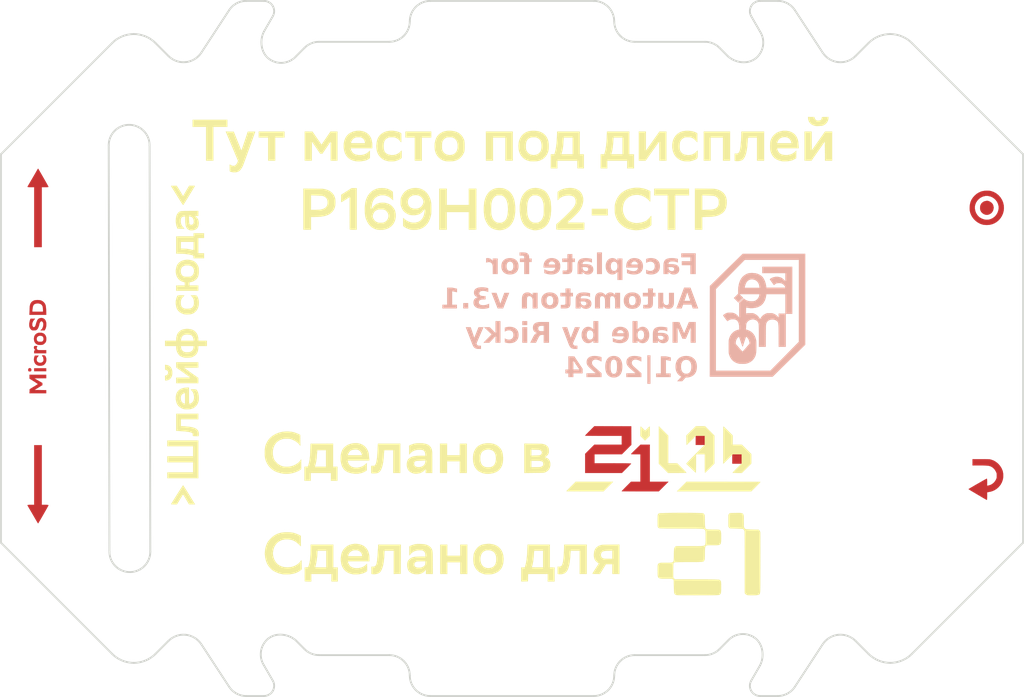
<source format=kicad_pcb>
(kicad_pcb (version 20221018) (generator pcbnew)
  (layers (0 "F.Cu" signal) (1 "In1.Cu" signal) (2 "In2.Cu" signal) (31 "B.Cu" signal) (34 "B.Paste" user) (35 "F.Paste" user) (36 "B.SilkS" user "B.Silkscreen") (37 "F.SilkS" user "F.Silkscreen") (38 "B.Mask" user) (39 "F.Mask" user) (44 "Edge.Cuts" user))
  (net 0 "")
  (footprint "V3_graphics:v3.1_faceplate_2" (layer "F.Cu") (at 20.9 4.7)
    (fp_text reference "Ref**" hide)
    (fp_text value "Val**" hide)
    (fp_poly (pts (xy -34.3027 -1.5621) (xy -34.8869 -1.5621) (xy -34.8869 -1.7018) (xy -34.3027 -1.7018) (xy -34.3027 -1.5621)) (stroke (width 0.01)) (fill solid) (layer "F.Cu"))
    (fp_poly (pts (xy -2.0701 2.0447) (xy -2.5273 2.0447) (xy -2.5273 1.5875) (xy -2.0701 1.5875) (xy -2.0701 2.0447)) (stroke (width 0.01)) (fill solid) (layer "F.Cu"))
    (fp_poly (pts (xy -0.2667 2.9591) (xy -0.7366 2.9591) (xy -0.7366 2.4892) (xy -0.2667 2.4892) (xy -0.2667 2.9591)) (stroke (width 0.01)) (fill solid) (layer "F.Cu"))
    (fp_poly (pts (xy -35.081747 -1.711796) (xy -35.050578 -1.691243) (xy -35.030755 -1.654893) (xy -35.0266 -1.623965) (xy -35.032842 -1.581552) (xy -35.054009 -1.557948) (xy -35.093764 -1.549569) (xy -35.1028 -1.5494) (xy -35.1376 -1.553402) (xy -35.162092 -1.563181) (xy -35.16376 -1.56464) (xy -35.176475 -1.592345) (xy -35.178517 -1.631123) (xy -35.170605 -1.669347) (xy -35.155775 -1.693482) (xy -35.118675 -1.713544) (xy -35.081747 -1.711796)) (stroke (width 0.01)) (fill solid) (layer "F.Cu"))
    (fp_poly (pts (xy -34.3027 -1.219669) (xy -34.593945 -1.21626) (xy -34.88519 -1.21285) (xy -34.48685 -0.980492) (xy -34.48685 -0.8836) (xy -34.682588 -0.762475) (xy -34.878325 -0.64135) (xy -34.590513 -0.637937) (xy -34.3027 -0.634524) (xy -34.3027 -0.4826) (xy -35.116569 -0.4826) (xy -35.11286 -0.579908) (xy -35.10915 -0.677216) (xy -34.910045 -0.798983) (xy -34.846367 -0.838087) (xy -34.790287 -0.872829) (xy -34.74537 -0.900977) (xy -34.715182 -0.920296) (xy -34.703377 -0.928452) (xy -34.71124 -0.937225) (xy -34.7376 -0.957157) (xy -34.779326 -0.986085) (xy -34.833289 -1.021849) (xy -34.896358 -1.062287) (xy -34.905657 -1.068148) (xy -35.1155 -1.200143) (xy -35.1155 -1.3843) (xy -34.3027 -1.3843) (xy -34.3027 -1.219669)) (stroke (width 0.01)) (fill solid) (layer "F.Cu"))
    (fp_poly (pts (xy 11.778737 -9.887495) (xy 11.817819 -9.873809) (xy 11.854483 -9.856624) (xy 11.933939 -9.805496) (xy 11.991788 -9.741024) (xy 12.027973 -9.663299) (xy 12.042438 -9.572411) (xy 12.042733 -9.556445) (xy 12.031295 -9.466831) (xy 11.998768 -9.384957) (xy 11.947982 -9.314783) (xy 11.881767 -9.260266) (xy 11.80684 -9.226492) (xy 11.750591 -9.212708) (xy 11.702617 -9.209634) (xy 11.650527 -9.217209) (xy 11.616861 -9.225562) (xy 11.54561 -9.256197) (xy 11.479783 -9.305633) (xy 11.433307 -9.359585) (xy 11.397003 -9.433816) (xy 11.380082 -9.516853) (xy 11.382074 -9.602595) (xy 11.402504 -9.684938) (xy 11.440902 -9.75778) (xy 11.466506 -9.788542) (xy 11.533408 -9.84334) (xy 11.609023 -9.876766) (xy 11.693999 -9.890932) (xy 11.741319 -9.892379) (xy 11.778737 -9.887495)) (stroke (width 0.01)) (fill solid) (layer "F.Cu"))
    (fp_poly (pts (xy -34.762854 -2.792183) (xy -34.739426 -2.785959) (xy -34.73668 -2.774168) (xy -34.746212 -2.761615) (xy -34.756106 -2.74189) (xy -34.765293 -2.708977) (xy -34.766544 -2.70263) (xy -34.769465 -2.667166) (xy -34.75893 -2.641472) (xy -34.742709 -2.623255) (xy -34.729842 -2.611137) (xy -34.716496 -2.602488) (xy -34.698416 -2.596721) (xy -34.671349 -2.593254) (xy -34.631041 -2.591501) (xy -34.573236 -2.590878) (xy -34.506478 -2.5908) (xy -34.3027 -2.5908) (xy -34.3027 -2.4384) (xy -34.8869 -2.4384) (xy -34.8869 -2.50825) (xy -34.886228 -2.548188) (xy -34.882014 -2.568975) (xy -34.870962 -2.576863) (xy -34.850071 -2.5781) (xy -34.81324 -2.5781) (xy -34.856421 -2.62128) (xy -34.88871 -2.663828) (xy -34.899761 -2.709512) (xy -34.891596 -2.765425) (xy -34.884525 -2.781572) (xy -34.869983 -2.790177) (xy -34.841349 -2.793538) (xy -34.809219 -2.794) (xy -34.762854 -2.792183)) (stroke (width 0.01)) (fill solid) (layer "F.Cu"))
    (fp_poly (pts (xy -4.7752 3.8481) (xy -3.867408 3.8481) (xy -4.1021 4.08305) (xy -4.336793 4.318) (xy -5.241797 4.318) (xy -5.390884 4.317871) (xy -5.532313 4.3175) (xy -5.664069 4.316907) (xy -5.784137 4.316113) (xy -5.890505 4.315139) (xy -5.981158 4.314005) (xy -6.054081 4.312734) (xy -6.10726 4.311345) (xy -6.138682 4.30986) (xy -6.1468 4.308603) (xy -6.138186 4.29741) (xy -6.113954 4.270848) (xy -6.076517 4.231436) (xy -6.028293 4.181692) (xy -5.971695 4.124135) (xy -5.921508 4.073653) (xy -5.696215 3.8481) (xy -5.2324 3.8481) (xy -5.2324 2.5019) (xy -5.461 2.5019) (xy -5.537312 2.501283) (xy -5.601852 2.499553) (xy -5.651056 2.496893) (xy -5.681358 2.493483) (xy -5.6896 2.49025) (xy -5.680812 2.478611) (xy -5.656081 2.451942) (xy -5.617862 2.412732) (xy -5.568606 2.363464) (xy -5.510768 2.306627) (xy -5.457825 2.255316) (xy -5.22605 2.032032) (xy -4.7752 2.032) (xy -4.7752 3.8481)) (stroke (width 0.01)) (fill solid) (layer "F.Cu"))
    (fp_poly (pts (xy -34.629002 -5.036884) (xy -34.553925 -5.020434) (xy -34.49067 -4.990451) (xy -34.433336 -4.944835) (xy -34.424447 -4.936076) (xy -34.386888 -4.894306) (xy -34.358195 -4.851728) (xy -34.337127 -4.803992) (xy -34.322441 -4.746745) (xy -34.312895 -4.675637) (xy -34.307247 -4.586317) (xy -34.305115 -4.518025) (xy -34.300469 -4.318) (xy -35.118749 -4.318) (xy -35.114515 -4.4704) (xy -34.979631 -4.4704) (xy -34.4551 -4.4704) (xy -34.455171 -4.568825) (xy -34.458682 -4.651838) (xy -34.470047 -4.715906) (xy -34.490722 -4.766667) (xy -34.515321 -4.801933) (xy -34.559344 -4.841685) (xy -34.613716 -4.865726) (xy -34.683745 -4.876054) (xy -34.714216 -4.8768) (xy -34.794207 -4.871164) (xy -34.856595 -4.852754) (xy -34.903402 -4.81932) (xy -34.936656 -4.768611) (xy -34.95838 -4.698375) (xy -34.970601 -4.606361) (xy -34.971738 -4.590568) (xy -34.979631 -4.4704) (xy -35.114515 -4.4704) (xy -35.112838 -4.530725) (xy -35.108418 -4.637819) (xy -35.101113 -4.723521) (xy -35.089932 -4.79177) (xy -35.073882 -4.846503) (xy -35.051969 -4.891659) (xy -35.023202 -4.931176) (xy -35.00755 -4.948381) (xy -34.950743 -4.993476) (xy -34.880304 -5.023304) (xy -34.793075 -5.038899) (xy -34.7218 -5.0419) (xy -34.629002 -5.036884)) (stroke (width 0.01)) (fill solid) (layer "F.Cu"))
    (fp_poly (pts (xy -34.5186 4.9784) (xy -34.3535 4.9784) (xy -34.275556 4.979409) (xy -34.222525 4.98246) (xy -34.194003 4.987588) (xy -34.1884 4.992312) (xy -34.194471 5.006464) (xy -34.21159 5.039427) (xy -34.238122 5.088343) (xy -34.272431 5.150354) (xy -34.312879 5.222598) (xy -34.357832 5.302218) (xy -34.405652 5.386353) (xy -34.454704 5.472146) (xy -34.50335 5.556735) (xy -34.549954 5.637263) (xy -34.592881 5.710869) (xy -34.630494 5.774695) (xy -34.661156 5.825881) (xy -34.683231 5.861568) (xy -34.695083 5.878897) (xy -34.696475 5.8801) (xy -34.705323 5.869609) (xy -34.724532 5.840423) (xy -34.751984 5.79597) (xy -34.785563 5.73968) (xy -34.823153 5.674981) (xy -34.823874 5.673725) (xy -34.870193 5.593358) (xy -34.924658 5.499459) (xy -34.982434 5.400329) (xy -35.038685 5.304266) (xy -35.079682 5.23462) (xy -35.120398 5.165135) (xy -35.156322 5.102814) (xy -35.185557 5.051033) (xy -35.206206 5.013167) (xy -35.21637 4.992593) (xy -35.2171 4.990145) (xy -35.205141 4.98567) (xy -35.172211 4.982013) (xy -35.122736 4.97949) (xy -35.061143 4.978416) (xy -35.052 4.9784) (xy -34.8869 4.9784) (xy -34.8869 2.0574) (xy -34.5186 2.0574) (xy -34.5186 4.9784)) (stroke (width 0.01)) (fill solid) (layer "F.Cu"))
    (fp_poly (pts (xy -34.689035 -11.457092) (xy -34.670842 -11.427203) (xy -34.643459 -11.380915) (xy -34.608525 -11.321095) (xy -34.567678 -11.250609) (xy -34.522556 -11.172323) (xy -34.474797 -11.089103) (xy -34.426039 -11.003815) (xy -34.377921 -10.919325) (xy -34.33208 -10.838499) (xy -34.290155 -10.764204) (xy -34.253783 -10.699306) (xy -34.224603 -10.64667) (xy -34.204253 -10.609163) (xy -34.194371 -10.589651) (xy -34.193956 -10.588625) (xy -34.192445 -10.579577) (xy -34.198356 -10.573374) (xy -34.215462 -10.569486) (xy -34.247535 -10.567382) (xy -34.298351 -10.566533) (xy -34.352142 -10.5664) (xy -34.5186 -10.5664) (xy -34.5186 -7.6327) (xy -34.8869 -7.6327) (xy -34.8869 -10.5664) (xy -35.053359 -10.5664) (xy -35.123981 -10.566962) (xy -35.172181 -10.568841) (xy -35.200918 -10.572331) (xy -35.213149 -10.577725) (xy -35.213696 -10.582275) (xy -35.205808 -10.59718) (xy -35.186805 -10.630836) (xy -35.158489 -10.680124) (xy -35.122659 -10.741923) (xy -35.081116 -10.813114) (xy -35.04332 -10.87755) (xy -34.992253 -10.964651) (xy -34.939762 -11.054598) (xy -34.889034 -11.141896) (xy -34.84326 -11.221051) (xy -34.805629 -11.28657) (xy -34.790909 -11.312417) (xy -34.75882 -11.368242) (xy -34.731031 -11.415156) (xy -34.70995 -11.449196) (xy -34.697988 -11.466404) (xy -34.6964 -11.467717) (xy -34.689035 -11.457092)) (stroke (width 0.01)) (fill solid) (layer "F.Cu"))
    (fp_poly (pts (xy -34.43306 -2.334259) (xy -34.391341 -2.331107) (xy -34.366305 -2.323952) (xy -34.349246 -2.307938) (xy -34.331463 -2.278207) (xy -34.330958 -2.277291) (xy -34.302416 -2.203402) (xy -34.293247 -2.125563) (xy -34.301986 -2.048507) (xy -34.327166 -1.976963) (xy -34.367322 -1.915661) (xy -34.420988 -1.869332) (xy -34.46363 -1.849072) (xy -34.529064 -1.834285) (xy -34.602442 -1.829462) (xy -34.673807 -1.834481) (xy -34.733203 -1.849221) (xy -34.740959 -1.852486) (xy -34.803128 -1.893951) (xy -34.851052 -1.952791) (xy -34.883349 -2.024476) (xy -34.898635 -2.104478) (xy -34.895526 -2.188267) (xy -34.872639 -2.271314) (xy -34.870478 -2.276475) (xy -34.850097 -2.3241) (xy -34.669021 -2.3241) (xy -34.713551 -2.272077) (xy -34.751571 -2.213162) (xy -34.769586 -2.15174) (xy -34.767467 -2.092643) (xy -34.745084 -2.040699) (xy -34.720493 -2.013799) (xy -34.665549 -1.982356) (xy -34.60324 -1.970168) (xy -34.540744 -1.977079) (xy -34.485239 -2.002936) (xy -34.46589 -2.019258) (xy -34.44428 -2.044676) (xy -34.433423 -2.071496) (xy -34.429863 -2.109978) (xy -34.4297 -2.126681) (xy -34.436202 -2.197183) (xy -34.454486 -2.255246) (xy -34.482723 -2.295223) (xy -34.484883 -2.297081) (xy -34.503283 -2.317142) (xy -34.499612 -2.329471) (xy -34.47293 -2.334741) (xy -34.43306 -2.334259)) (stroke (width 0.01)) (fill solid) (layer "F.Cu"))
    (fp_poly (pts (xy -6.584736 1.133388) (xy -5.68325 1.13665) (xy -5.67991 1.587208) (xy -5.676569 2.037767) (xy -5.908381 2.269833) (xy -6.140193 2.5019) (xy -7.4803 2.5019) (xy -7.4803 2.9464) (xy -6.58495 2.9464) (xy -6.436679 2.946533) (xy -6.296077 2.946918) (xy -6.16517 2.947534) (xy -6.045982 2.948358) (xy -5.940539 2.949369) (xy -5.850865 2.950545) (xy -5.778985 2.951863) (xy -5.726925 2.953303) (xy -5.696709 2.954841) (xy -5.6896 2.956057) (xy -5.698226 2.967313) (xy -5.722489 2.993914) (xy -5.759973 3.03334) (xy -5.808259 3.083074) (xy -5.864928 3.140595) (xy -5.915154 3.191007) (xy -6.140708 3.4163) (xy -7.9375 3.4163) (xy -7.9375 2.482585) (xy -7.711947 2.257292) (xy -7.486393 2.032) (xy -6.1468 2.032) (xy -6.1468 1.6002) (xy -7.04215 1.6002) (xy -7.190422 1.600066) (xy -7.331024 1.599681) (xy -7.461931 1.599065) (xy -7.581119 1.598241) (xy -7.686562 1.59723) (xy -7.776236 1.596054) (xy -7.848116 1.594736) (xy -7.900176 1.593296) (xy -7.930392 1.591758) (xy -7.9375 1.590542) (xy -7.928875 1.579287) (xy -7.904611 1.552686) (xy -7.867126 1.513258) (xy -7.818838 1.463521) (xy -7.762164 1.405995) (xy -7.711861 1.355506) (xy -7.486221 1.130127) (xy -6.584736 1.133388)) (stroke (width 0.01)) (fill solid) (layer "F.Cu"))
    (fp_poly (pts (xy -34.524868 -3.434517) (xy -34.460387 -3.419545) (xy -34.43605 -3.409628) (xy -34.377736 -3.367266) (xy -34.333573 -3.306988) (xy -34.305118 -3.232937) (xy -34.293925 -3.149252) (xy -34.301551 -3.060074) (xy -34.302673 -3.054485) (xy -34.316942 -3.003686) (xy -34.339261 -2.964019) (xy -34.372488 -2.926745) (xy -34.415102 -2.890849) (xy -34.458581 -2.865067) (xy -34.476039 -2.858523) (xy -34.537991 -2.847721) (xy -34.607925 -2.845387) (xy -34.675787 -2.851145) (xy -34.731524 -2.864616) (xy -34.740959 -2.868486) (xy -34.80861 -2.912274) (xy -34.858143 -2.973215) (xy -34.888707 -3.049833) (xy -34.899429 -3.140468) (xy -34.771195 -3.140468) (xy -34.758998 -3.081163) (xy -34.754318 -3.070462) (xy -34.733427 -3.036517) (xy -34.705815 -3.014855) (xy -34.665821 -3.002971) (xy -34.607784 -2.998361) (xy -34.590649 -2.99806) (xy -34.542972 -2.998588) (xy -34.512236 -3.002984) (xy -34.49002 -3.013716) (xy -34.467901 -3.033249) (xy -34.466824 -3.034324) (xy -34.443314 -3.062483) (xy -34.432377 -3.092314) (xy -34.4297 -3.135326) (xy -34.434894 -3.199327) (xy -34.452852 -3.243988) (xy -34.487141 -3.273462) (xy -34.541326 -3.291902) (xy -34.568511 -3.296981) (xy -34.633821 -3.297004) (xy -34.689859 -3.277567) (xy -34.733511 -3.242468) (xy -34.761661 -3.195502) (xy -34.771195 -3.140468) (xy -34.899429 -3.140468) (xy -34.899452 -3.140654) (xy -34.899459 -3.14325) (xy -34.889292 -3.234303) (xy -34.859457 -3.311232) (xy -34.81095 -3.37242) (xy -34.744768 -3.416251) (xy -34.726456 -3.423973) (xy -34.668405 -3.43725) (xy -34.597708 -3.440592) (xy -34.524868 -3.434517)) (stroke (width 0.01)) (fill solid) (layer "F.Cu"))
    (fp_poly (pts (xy -34.493505 -4.159904) (xy -34.437772 -4.140938) (xy -34.380911 -4.104463) (xy -34.338511 -4.049251) (xy -34.309528 -3.973758) (xy -34.302011 -3.940459) (xy -34.294588 -3.863695) (xy -34.298782 -3.781241) (xy -34.313318 -3.701702) (xy -34.336916 -3.633682) (xy -34.351511 -3.606995) (xy -34.384576 -3.556) (xy -34.486513 -3.556338) (xy -34.5366 -3.556712) (xy -34.564688 -3.558156) (xy -34.574176 -3.561772) (xy -34.568466 -3.568661) (xy -34.553823 -3.578149) (xy -34.515789 -3.614157) (xy -34.482525 -3.668246) (xy -34.456458 -3.733206) (xy -34.440011 -3.801824) (xy -34.435609 -3.866892) (xy -34.442078 -3.910478) (xy -34.460859 -3.953043) (xy -34.488038 -3.988442) (xy -34.517617 -4.009855) (xy -34.532385 -4.0132) (xy -34.556653 -4.002781) (xy -34.584505 -3.97657) (xy -34.609558 -3.942141) (xy -34.625433 -3.907066) (xy -34.626857 -3.901097) (xy -34.653857 -3.787398) (xy -34.685795 -3.69775) (xy -34.723132 -3.6312) (xy -34.766331 -3.586796) (xy -34.785326 -3.575037) (xy -34.821874 -3.564058) (xy -34.872766 -3.558069) (xy -34.927375 -3.557418) (xy -34.975071 -3.562452) (xy -34.995545 -3.568179) (xy -35.030501 -3.591942) (xy -35.066641 -3.631586) (xy -35.097493 -3.678774) (xy -35.116162 -3.723556) (xy -35.1254 -3.784906) (xy -35.126051 -3.860156) (xy -35.11884 -3.939574) (xy -35.104494 -4.013432) (xy -35.091444 -4.054475) (xy -35.062876 -4.1275) (xy -34.846642 -4.1275) (xy -34.89858 -4.068496) (xy -34.943788 -4.003881) (xy -34.973505 -3.93326) (xy -34.986582 -3.862301) (xy -34.98187 -3.796673) (xy -34.96324 -3.749675) (xy -34.933885 -3.717971) (xy -34.901277 -3.709305) (xy -34.868607 -3.722143) (xy -34.839064 -3.754956) (xy -34.81584 -3.80621) (xy -34.811145 -3.8227) (xy -34.783872 -3.922186) (xy -34.757542 -3.999486) (xy -34.730291 -4.057661) (xy -34.700255 -4.09977) (xy -34.66557 -4.128872) (xy -34.624371 -4.148027) (xy -34.610281 -4.152342) (xy -34.548233 -4.164108) (xy -34.493505 -4.159904)) (stroke (width 0.01)) (fill solid) (layer "F.Cu"))
    (fp_poly (pts (xy 11.807996 -10.386159) (xy 11.894717 -10.374968) (xy 11.91376 -10.370671) (xy 12.048572 -10.324036) (xy 12.172233 -10.255495) (xy 12.282391 -10.166971) (xy 12.376694 -10.060387) (xy 12.452789 -9.937665) (xy 12.459076 -9.92505) (xy 12.510864 -9.792609) (xy 12.539177 -9.658762) (xy 12.545355 -9.525679) (xy 12.530737 -9.395527) (xy 12.496663 -9.270475) (xy 12.444471 -9.152692) (xy 12.375502 -9.044344) (xy 12.291094 -8.947602) (xy 12.192587 -8.864632) (xy 12.08132 -8.797604) (xy 11.958632 -8.748685) (xy 11.825863 -8.720045) (xy 11.710543 -8.71321) (xy 11.646684 -8.715976) (xy 11.579935 -8.722327) (xy 11.523719 -8.73095) (xy 11.5189 -8.731949) (xy 11.396339 -8.770578) (xy 11.278299 -8.831192) (xy 11.16912 -8.910381) (xy 11.073144 -9.00473) (xy 10.994711 -9.110826) (xy 10.962275 -9.169558) (xy 10.921234 -9.26049) (xy 10.893981 -9.341252) (xy 10.87857 -9.421081) (xy 10.873056 -9.509214) (xy 10.873224 -9.519901) (xy 11.122786 -9.519901) (xy 11.142264 -9.404584) (xy 11.183479 -9.295454) (xy 11.244727 -9.196409) (xy 11.324304 -9.111342) (xy 11.373728 -9.072981) (xy 11.476896 -9.016104) (xy 11.588047 -8.980463) (xy 11.702523 -8.966827) (xy 11.81567 -8.975969) (xy 11.873344 -8.990261) (xy 11.98355 -9.037454) (xy 12.080733 -9.105234) (xy 12.162631 -9.191181) (xy 12.22698 -9.292874) (xy 12.271516 -9.407891) (xy 12.274655 -9.419505) (xy 12.291985 -9.532735) (xy 12.286066 -9.643038) (xy 12.259042 -9.748057) (xy 12.213058 -9.845435) (xy 12.150259 -9.932815) (xy 12.072789 -10.00784) (xy 11.982792 -10.068153) (xy 11.882413 -10.111398) (xy 11.773797 -10.135216) (xy 11.659088 -10.137252) (xy 11.625071 -10.133442) (xy 11.515331 -10.105661) (xy 11.413004 -10.056239) (xy 11.321238 -9.988307) (xy 11.243177 -9.904998) (xy 11.181969 -9.809442) (xy 11.14076 -9.704771) (xy 11.12675 -9.637511) (xy 11.122786 -9.519901) (xy 10.873224 -9.519901) (xy 10.874288 -9.587437) (xy 10.887875 -9.725666) (xy 10.918593 -9.848027) (xy 10.968357 -9.958988) (xy 11.039084 -10.063021) (xy 11.113623 -10.145849) (xy 11.206335 -10.228044) (xy 11.304242 -10.29145) (xy 11.416445 -10.34183) (xy 11.4321 -10.347559) (xy 11.512219 -10.36884) (xy 11.607644 -10.382658) (xy 11.709271 -10.388577) (xy 11.807996 -10.386159)) (stroke (width 0.01)) (fill solid) (layer "F.Cu"))
    (fp_poly (pts (xy 11.543048 2.74345) (xy 11.642554 2.744276) (xy 11.722335 2.745789) (xy 11.785226 2.748101) (xy 11.834064 2.751324) (xy 11.871682 2.755569) (xy 11.900918 2.760949) (xy 11.906756 2.762359) (xy 12.033329 2.807131) (xy 12.151201 2.873707) (xy 12.25744 2.959153) (xy 12.349114 3.060538) (xy 12.423287 3.174928) (xy 12.477029 3.299391) (xy 12.4909 3.34645) (xy 12.504177 3.422024) (xy 12.510317 3.511675) (xy 12.509323 3.605102) (xy 12.5012 3.692007) (xy 12.490724 3.745593) (xy 12.443519 3.878736) (xy 12.375382 3.999336) (xy 12.288436 4.105504) (xy 12.184807 4.195349) (xy 12.066619 4.266984) (xy 11.935997 4.318518) (xy 11.816531 4.345142) (xy 11.7221 4.359187) (xy 11.7221 4.548143) (xy 11.721497 4.614029) (xy 11.719838 4.669744) (xy 11.717344 4.71092) (xy 11.714237 4.733187) (xy 11.712575 4.735874) (xy 11.699438 4.729352) (xy 11.667502 4.711657) (xy 11.619829 4.684539) (xy 11.559485 4.649754) (xy 11.489532 4.609055) (xy 11.429619 4.573949) (xy 11.29758 4.496316) (xy 11.185818 4.430519) (xy 11.092688 4.375565) (xy 11.016545 4.330459) (xy 10.955746 4.294207) (xy 10.908645 4.265817) (xy 10.873597 4.244294) (xy 10.848959 4.228644) (xy 10.833084 4.217874) (xy 10.82433 4.210989) (xy 10.821051 4.206996) (xy 10.820891 4.206113) (xy 10.831582 4.198294) (xy 10.861539 4.179642) (xy 10.907904 4.151799) (xy 10.967818 4.116408) (xy 11.038423 4.07511) (xy 11.116861 4.029549) (xy 11.200272 3.981366) (xy 11.285799 3.932204) (xy 11.370581 3.883704) (xy 11.451762 3.83751) (xy 11.526482 3.795263) (xy 11.591882 3.758606) (xy 11.645104 3.729181) (xy 11.68329 3.70863) (xy 11.703581 3.698595) (xy 11.705434 3.697943) (xy 11.712336 3.701392) (xy 11.717141 3.71783) (xy 11.720162 3.750439) (xy 11.721709 3.802402) (xy 11.7221 3.867945) (xy 11.7221 4.042052) (xy 11.782133 4.033823) (xy 11.878896 4.008226) (xy 11.970399 3.960402) (xy 12.052495 3.893498) (xy 12.12104 3.810663) (xy 12.156479 3.749534) (xy 12.177038 3.705316) (xy 12.18952 3.668965) (xy 12.195899 3.631031) (xy 12.198153 3.582067) (xy 12.19835 3.549258) (xy 12.197556 3.491701) (xy 12.193698 3.449729) (xy 12.184563 3.413538) (xy 12.167939 3.373326) (xy 12.150441 3.337095) (xy 12.089021 3.239294) (xy 12.011416 3.160688) (xy 11.91884 3.102233) (xy 11.812508 3.064884) (xy 11.800849 3.062279) (xy 11.766336 3.057869) (xy 11.709224 3.054156) (xy 11.632308 3.051234) (xy 11.538383 3.049196) (xy 11.430244 3.048135) (xy 11.372224 3.048) (xy 11.0109 3.048) (xy 11.0109 2.7432) (xy 11.420981 2.7432) (xy 11.543048 2.74345)) (stroke (width 0.01)) (fill solid) (layer "F.Cu"))
    (fp_line (start -36.515 -12.17325) (end -36.515 6.82675) (stroke (width 0.09)) (layer "Edge.Cuts"))
    (fp_line (start -36.515 6.82675) (end -31.0757 12.26605) (stroke (width 0.09)) (layer "Edge.Cuts"))
    (fp_line (start -31.2076 7.26755) (end -31.2424 -12.61055) (stroke (width 0.09)) (layer "Edge.Cuts"))
    (fp_line (start -31.0757 -17.61255) (end -36.515 -12.17325) (stroke (width 0.09)) (layer "Edge.Cuts"))
    (fp_line (start -29.2424 -12.61405) (end -29.2076 7.26405) (stroke (width 0.09)) (layer "Edge.Cuts"))
    (fp_line (start -28.9543 12.26605) (end -28.3204 11.63215) (stroke (width 0.09)) (layer "Edge.Cuts"))
    (fp_line (start -28.3204 -16.97865) (end -28.9543 -17.61255) (stroke (width 0.09)) (layer "Edge.Cuts"))
    (fp_line (start -26.7106 11.79835) (end -25.3517 13.87445) (stroke (width 0.09)) (layer "Edge.Cuts"))
    (fp_line (start -25.3517 -19.22095) (end -26.7106 -17.14485) (stroke (width 0.09)) (layer "Edge.Cuts"))
    (fp_line (start -24.515 14.32675) (end -23.649 14.32675) (stroke (width 0.09)) (layer "Edge.Cuts"))
    (fp_line (start -23.649 -19.67325) (end -24.515 -19.67325) (stroke (width 0.09)) (layer "Edge.Cuts"))
    (fp_line (start -23.649 -18.17325) (end -23.216 -18.92325) (stroke (width 0.09)) (layer "Edge.Cuts"))
    (fp_line (start -23.216 13.57675) (end -23.649 12.82675) (stroke (width 0.09)) (layer "Edge.Cuts"))
    (fp_line (start -22.0742 11.62135) (end -21.6653 12.03215) (stroke (width 0.09)) (layer "Edge.Cuts"))
    (fp_line (start -21.6653 -17.37865) (end -22.0742 -16.96785) (stroke (width 0.09)) (layer "Edge.Cuts"))
    (fp_line (start -20.9565 12.32675) (end -17.515 12.32675) (stroke (width 0.09)) (layer "Edge.Cuts"))
    (fp_line (start -17.515 -17.67325) (end -20.9565 -17.67325) (stroke (width 0.09)) (layer "Edge.Cuts"))
    (fp_line (start -15.515 14.32675) (end -7.515 14.32675) (stroke (width 0.09)) (layer "Edge.Cuts"))
    (fp_line (start -7.515 -19.67325) (end -15.515 -19.67325) (stroke (width 0.09)) (layer "Edge.Cuts"))
    (fp_line (start -5.515 12.32675) (end -2.0735 12.32675) (stroke (width 0.09)) (layer "Edge.Cuts"))
    (fp_line (start -2.0735 -17.67325) (end -5.515 -17.67325) (stroke (width 0.09)) (layer "Edge.Cuts"))
    (fp_line (start -1.3647 12.03215) (end -0.9558 11.62135) (stroke (width 0.09)) (layer "Edge.Cuts"))
    (fp_line (start -0.9558 -16.96785) (end -1.3647 -17.37865) (stroke (width 0.09)) (layer "Edge.Cuts"))
    (fp_line (start 0.186 -18.92325) (end 0.619 -18.17325) (stroke (width 0.09)) (layer "Edge.Cuts"))
    (fp_line (start 0.619 12.82675) (end 0.186 13.57675) (stroke (width 0.09)) (layer "Edge.Cuts"))
    (fp_line (start 0.619 14.32675) (end 1.485 14.32675) (stroke (width 0.09)) (layer "Edge.Cuts"))
    (fp_line (start 1.485 -19.67325) (end 0.619 -19.67325) (stroke (width 0.09)) (layer "Edge.Cuts"))
    (fp_line (start 2.3217 13.87445) (end 3.6806 11.79835) (stroke (width 0.09)) (layer "Edge.Cuts"))
    (fp_line (start 3.6806 -17.14485) (end 2.3217 -19.22095) (stroke (width 0.09)) (layer "Edge.Cuts"))
    (fp_line (start 5.2904 11.63215) (end 5.9243 12.26605) (stroke (width 0.09)) (layer "Edge.Cuts"))
    (fp_line (start 5.9243 -17.61255) (end 5.2904 -16.97865) (stroke (width 0.09)) (layer "Edge.Cuts"))
    (fp_line (start 8.0457 12.26605) (end 13.485 6.82675) (stroke (width 0.09)) (layer "Edge.Cuts"))
    (fp_line (start 13.485 -12.17325) (end 8.0457 -17.61255) (stroke (width 0.09)) (layer "Edge.Cuts"))
    (fp_line (start 13.485 6.82675) (end 13.485 -12.17325) (stroke (width 0.09)) (layer "Edge.Cuts"))
    (fp_curve (pts (xy -31.2424 -12.61055) (xy -31.2431 -12.96785) (xy -31.0531 -13.29825) (xy -30.744 -13.47745)) (stroke (width 0.09)) (layer "Edge.Cuts"))
    (fp_curve (pts (xy -31.0757 12.26605) (xy -30.794 12.54735) (xy -30.4121 12.70525) (xy -30.0141 12.70505)) (stroke (width 0.09)) (layer "Edge.Cuts"))
    (fp_curve (pts (xy -30.744 -13.47745) (xy -30.4349 -13.65665) (xy -30.0537 -13.65735) (xy -29.744 -13.47925)) (stroke (width 0.09)) (layer "Edge.Cuts"))
    (fp_curve (pts (xy -30.706 8.13275) (xy -31.0157 7.95465) (xy -31.2069 7.62485) (xy -31.2076 7.26755)) (stroke (width 0.09)) (layer "Edge.Cuts"))
    (fp_curve (pts (xy -30.0159 -18.05155) (xy -30.414 -18.05125) (xy -30.7944 -17.89425) (xy -31.0757 -17.61255)) (stroke (width 0.09)) (layer "Edge.Cuts"))
    (fp_curve (pts (xy -30.0141 12.70505) (xy -29.616 12.70475) (xy -29.2356 12.54775) (xy -28.9543 12.26605)) (stroke (width 0.09)) (layer "Edge.Cuts"))
    (fp_curve (pts (xy -29.744 -13.47925) (xy -29.4343 -13.30115) (xy -29.2431 -12.97135) (xy -29.2424 -12.61405)) (stroke (width 0.09)) (layer "Edge.Cuts"))
    (fp_curve (pts (xy -29.706 8.13095) (xy -30.0151 8.31015) (xy -30.3963 8.31085) (xy -30.706 8.13275)) (stroke (width 0.09)) (layer "Edge.Cuts"))
    (fp_curve (pts (xy -29.2076 7.26405) (xy -29.2069 7.62135) (xy -29.3969 7.95175) (xy -29.706 8.13095)) (stroke (width 0.09)) (layer "Edge.Cuts"))
    (fp_curve (pts (xy -28.9543 -17.61255) (xy -29.236 -17.89385) (xy -29.6179 -18.05175) (xy -30.0159 -18.05155)) (stroke (width 0.09)) (layer "Edge.Cuts"))
    (fp_curve (pts (xy -28.3204 11.63215) (xy -28.0988 11.41015) (xy -27.789 11.29975) (xy -27.4769 11.33165)) (stroke (width 0.09)) (layer "Edge.Cuts"))
    (fp_curve (pts (xy -27.4769 11.33165) (xy -27.1649 11.36365) (xy -26.8827 11.53615) (xy -26.7106 11.79835)) (stroke (width 0.09)) (layer "Edge.Cuts"))
    (fp_curve (pts (xy -27.4749 -16.67835) (xy -27.7869 -16.64585) (xy -28.0984 -16.75705) (xy -28.3204 -16.97865)) (stroke (width 0.09)) (layer "Edge.Cuts"))
    (fp_curve (pts (xy -26.7106 -17.14485) (xy -26.8822 -16.88225) (xy -27.1629 -16.71095) (xy -27.4749 -16.67835)) (stroke (width 0.09)) (layer "Edge.Cuts"))
    (fp_curve (pts (xy -25.3517 13.87445) (xy -25.1668 14.15675) (xy -24.8524 14.32685) (xy -24.515 14.32675)) (stroke (width 0.09)) (layer "Edge.Cuts"))
    (fp_curve (pts (xy -24.515 -19.67325) (xy -24.8524 -19.67315) (xy -25.1669 -19.50335) (xy -25.3517 -19.22095)) (stroke (width 0.09)) (layer "Edge.Cuts"))
    (fp_curve (pts (xy -23.649 12.82675) (xy -23.9182 12.40555) (xy -23.8332 11.85005) (xy -23.4504 11.52865)) (stroke (width 0.09)) (layer "Edge.Cuts"))
    (fp_curve (pts (xy -23.649 14.32675) (xy -23.4701 14.32645) (xy -23.3051 14.23065) (xy -23.216 14.07565)) (stroke (width 0.09)) (layer "Edge.Cuts"))
    (fp_curve (pts (xy -23.4504 11.52865) (xy -23.0676 11.20725) (xy -22.4424 11.28335) (xy -22.0742 11.62135)) (stroke (width 0.09)) (layer "Edge.Cuts"))
    (fp_curve (pts (xy -23.3791 -16.82055) (xy -23.7893 -17.10605) (xy -23.8791 -17.72955) (xy -23.649 -18.17325)) (stroke (width 0.09)) (layer "Edge.Cuts"))
    (fp_curve (pts (xy -23.2169 -19.42375) (xy -23.3066 -19.57845) (xy -23.4701 -19.67355) (xy -23.649 -19.67325)) (stroke (width 0.09)) (layer "Edge.Cuts"))
    (fp_curve (pts (xy -23.216 -18.92325) (xy -23.1268 -19.07825) (xy -23.1272 -19.26905) (xy -23.2169 -19.42375)) (stroke (width 0.09)) (layer "Edge.Cuts"))
    (fp_curve (pts (xy -23.216 14.07565) (xy -23.1268 13.92065) (xy -23.1263 13.73145) (xy -23.216 13.57675)) (stroke (width 0.09)) (layer "Edge.Cuts"))
    (fp_curve (pts (xy -22.0742 -16.96785) (xy -22.4104 -16.59795) (xy -22.9688 -16.53495) (xy -23.3791 -16.82055)) (stroke (width 0.09)) (layer "Edge.Cuts"))
    (fp_curve (pts (xy -21.6653 12.03215) (xy -21.4775 12.22075) (xy -21.2226 12.32675) (xy -20.9565 12.32675)) (stroke (width 0.09)) (layer "Edge.Cuts"))
    (fp_curve (pts (xy -20.9565 -17.67325) (xy -21.2226 -17.67325) (xy -21.4776 -17.56735) (xy -21.6653 -17.37865)) (stroke (width 0.09)) (layer "Edge.Cuts"))
    (fp_curve (pts (xy -17.515 12.32675) (xy -17.25 12.32655) (xy -16.9957 12.43175) (xy -16.8082 12.61905)) (stroke (width 0.09)) (layer "Edge.Cuts"))
    (fp_curve (pts (xy -16.8082 12.61905) (xy -16.6206 12.80635) (xy -16.5152 13.06175) (xy -16.515 13.32675)) (stroke (width 0.09)) (layer "Edge.Cuts"))
    (fp_curve (pts (xy -16.8073 -17.96645) (xy -16.9946 -17.77885) (xy -17.25 -17.67345) (xy -17.515 -17.67325)) (stroke (width 0.09)) (layer "Edge.Cuts"))
    (fp_curve (pts (xy -16.515 -18.67325) (xy -16.5148 -18.40825) (xy -16.62 -18.15395) (xy -16.8073 -17.96645)) (stroke (width 0.09)) (layer "Edge.Cuts"))
    (fp_curve (pts (xy -16.515 13.32675) (xy -16.5148 13.59215) (xy -16.4092 13.84655) (xy -16.2215 14.03415)) (stroke (width 0.09)) (layer "Edge.Cuts"))
    (fp_curve (pts (xy -16.2224 -19.37975) (xy -16.4099 -19.19195) (xy -16.5152 -18.93865) (xy -16.515 -18.67325)) (stroke (width 0.09)) (layer "Edge.Cuts"))
    (fp_curve (pts (xy -16.2215 14.03415) (xy -16.0337 14.22165) (xy -15.7804 14.32695) (xy -15.515 14.32675)) (stroke (width 0.09)) (layer "Edge.Cuts"))
    (fp_curve (pts (xy -15.515 -19.67325) (xy -15.7804 -19.67305) (xy -16.0348 -19.56745) (xy -16.2224 -19.37975)) (stroke (width 0.09)) (layer "Edge.Cuts"))
    (fp_curve (pts (xy -7.515 14.32675) (xy -7.2496 14.32655) (xy -6.9952 14.22095) (xy -6.8076 14.03325)) (stroke (width 0.09)) (layer "Edge.Cuts"))
    (fp_curve (pts (xy -6.8085 -19.38065) (xy -6.9963 -19.56815) (xy -7.2496 -19.67345) (xy -7.515 -19.67325)) (stroke (width 0.09)) (layer "Edge.Cuts"))
    (fp_curve (pts (xy -6.8076 14.03325) (xy -6.6201 13.84545) (xy -6.5148 13.59215) (xy -6.515 13.32675)) (stroke (width 0.09)) (layer "Edge.Cuts"))
    (fp_curve (pts (xy -6.515 -18.67325) (xy -6.5152 -18.93865) (xy -6.6208 -19.19305) (xy -6.8085 -19.38065)) (stroke (width 0.09)) (layer "Edge.Cuts"))
    (fp_curve (pts (xy -6.515 13.32675) (xy -6.5152 13.06175) (xy -6.41 12.80745) (xy -6.2227 12.61995)) (stroke (width 0.09)) (layer "Edge.Cuts"))
    (fp_curve (pts (xy -6.2227 12.61995) (xy -6.0354 12.43235) (xy -5.78 12.32695) (xy -5.515 12.32675)) (stroke (width 0.09)) (layer "Edge.Cuts"))
    (fp_curve (pts (xy -6.2218 -17.96555) (xy -6.4094 -18.15285) (xy -6.5148 -18.40825) (xy -6.515 -18.67325)) (stroke (width 0.09)) (layer "Edge.Cuts"))
    (fp_curve (pts (xy -5.515 -17.67325) (xy -5.78 -17.67305) (xy -6.0343 -17.77825) (xy -6.2218 -17.96555)) (stroke (width 0.09)) (layer "Edge.Cuts"))
    (fp_curve (pts (xy -2.0735 12.32675) (xy -1.8074 12.32675) (xy -1.5524 12.22085) (xy -1.3647 12.03215)) (stroke (width 0.09)) (layer "Edge.Cuts"))
    (fp_curve (pts (xy -1.3647 -17.37865) (xy -1.5525 -17.56725) (xy -1.8074 -17.67325) (xy -2.0735 -17.67325)) (stroke (width 0.09)) (layer "Edge.Cuts"))
    (fp_curve (pts (xy -0.9558 11.62135) (xy -0.6196 11.25145) (xy -0.0612 11.18845) (xy 0.3491 11.47405)) (stroke (width 0.09)) (layer "Edge.Cuts"))
    (fp_curve (pts (xy 0.186 -19.42215) (xy 0.0968 -19.26715) (xy 0.0963 -19.07795) (xy 0.186 -18.92325)) (stroke (width 0.09)) (layer "Edge.Cuts"))
    (fp_curve (pts (xy 0.186 13.57675) (xy 0.0968 13.73175) (xy 0.0972 13.92255) (xy 0.1869 14.07725)) (stroke (width 0.09)) (layer "Edge.Cuts"))
    (fp_curve (pts (xy 0.1869 14.07725) (xy 0.2766 14.23195) (xy 0.4401 14.32705) (xy 0.619 14.32675)) (stroke (width 0.09)) (layer "Edge.Cuts"))
    (fp_curve (pts (xy 0.3491 11.47405) (xy 0.7593 11.75955) (xy 0.8491 12.38305) (xy 0.619 12.82675)) (stroke (width 0.09)) (layer "Edge.Cuts"))
    (fp_curve (pts (xy 0.4204 -16.87515) (xy 0.0376 -16.55375) (xy -0.5876 -16.62985) (xy -0.9558 -16.96785)) (stroke (width 0.09)) (layer "Edge.Cuts"))
    (fp_curve (pts (xy 0.619 -19.67325) (xy 0.4401 -19.67295) (xy 0.2751 -19.57715) (xy 0.186 -19.42215)) (stroke (width 0.09)) (layer "Edge.Cuts"))
    (fp_curve (pts (xy 0.619 -18.17325) (xy 0.8882 -17.75205) (xy 0.8032 -17.19655) (xy 0.4204 -16.87515)) (stroke (width 0.09)) (layer "Edge.Cuts"))
    (fp_curve (pts (xy 1.485 14.32675) (xy 1.8224 14.32665) (xy 2.1369 14.15685) (xy 2.3217 13.87445)) (stroke (width 0.09)) (layer "Edge.Cuts"))
    (fp_curve (pts (xy 2.3217 -19.22095) (xy 2.1368 -19.50325) (xy 1.8224 -19.67335) (xy 1.485 -19.67325)) (stroke (width 0.09)) (layer "Edge.Cuts"))
    (fp_curve (pts (xy 3.6806 11.79835) (xy 3.8522 11.53575) (xy 4.1329 11.36445) (xy 4.4449 11.33185)) (stroke (width 0.09)) (layer "Edge.Cuts"))
    (fp_curve (pts (xy 4.4449 11.33185) (xy 4.7569 11.29935) (xy 5.0684 11.41055) (xy 5.2904 11.63215)) (stroke (width 0.09)) (layer "Edge.Cuts"))
    (fp_curve (pts (xy 4.4469 -16.67815) (xy 4.1349 -16.71015) (xy 3.8527 -16.88265) (xy 3.6806 -17.14485)) (stroke (width 0.09)) (layer "Edge.Cuts"))
    (fp_curve (pts (xy 5.2904 -16.97865) (xy 5.0688 -16.75665) (xy 4.759 -16.64625) (xy 4.4469 -16.67815)) (stroke (width 0.09)) (layer "Edge.Cuts"))
    (fp_curve (pts (xy 5.9243 12.26605) (xy 6.206 12.54735) (xy 6.5879 12.70525) (xy 6.9859 12.70505)) (stroke (width 0.09)) (layer "Edge.Cuts"))
    (fp_curve (pts (xy 6.9841 -18.05155) (xy 6.586 -18.05125) (xy 6.2056 -17.89425) (xy 5.9243 -17.61255)) (stroke (width 0.09)) (layer "Edge.Cuts"))
    (fp_curve (pts (xy 6.9859 12.70505) (xy 7.384 12.70475) (xy 7.7644 12.54775) (xy 8.0457 12.26605)) (stroke (width 0.09)) (layer "Edge.Cuts"))
    (fp_curve (pts (xy 8.0457 -17.61255) (xy 7.764 -17.89385) (xy 7.3821 -18.05175) (xy 6.9841 -18.05155)) (stroke (width 0.09)) (layer "Edge.Cuts"))
  )
  (footprint "V3_graphics:logo" (layer "B.Cu") (at 18.95 -6.55 90)
    (fp_text reference "Ref**" hide)
    (fp_text value "Val**" hide)
  )
  (gr_text "Faceplate for\nAutomaton v3.1\nMade by Ricky\nQ1|2024" (at 18.5 3.6) (layer "B.SilkS") (effects (font (size 1 1)) (justify left bottom mirror)))
)
</source>
